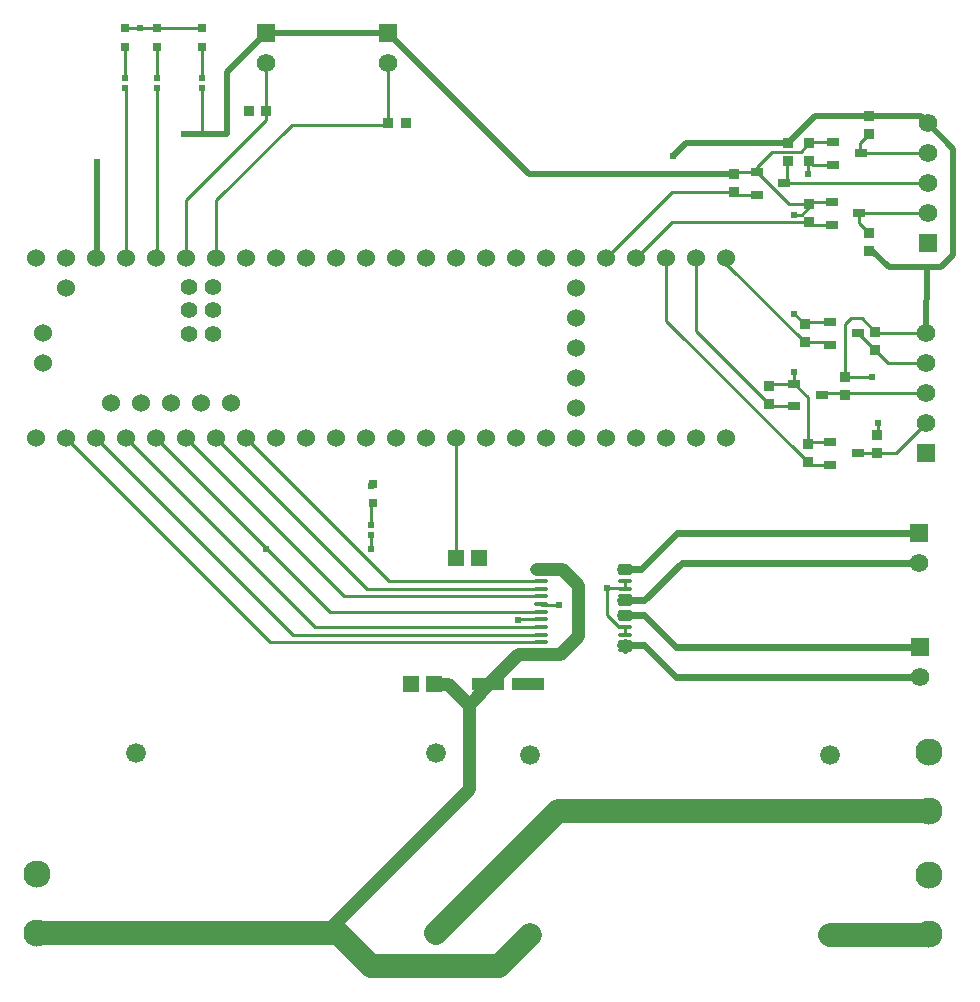
<source format=gtl>
G04 Layer: TopLayer*
G04 EasyEDA v6.5.39, 2024-01-10 21:05:38*
G04 9cfd073529b94999841d5e3d22f50bd2,208856bd7ad64deca1bfdec547b981c7,10*
G04 Gerber Generator version 0.2*
G04 Scale: 100 percent, Rotated: No, Reflected: No *
G04 Dimensions in millimeters *
G04 leading zeros omitted , absolute positions ,4 integer and 5 decimal *
%FSLAX45Y45*%
%MOMM*%

%AMMACRO1*21,1,$1,$2,0,0,$3*%
%ADD10C,0.2540*%
%ADD11C,0.5000*%
%ADD12C,0.6000*%
%ADD13C,1.1000*%
%ADD14C,2.0000*%
%ADD15R,0.8000X0.8000*%
%ADD16MACRO1,0.54X0.5656X0.0000*%
%ADD17R,0.5400X0.5657*%
%ADD18MACRO1,1.35X1.41X90.0000*%
%ADD19MACRO1,1.35X1.41X-90.0000*%
%ADD20MACRO1,0.864X0.8065X0.0000*%
%ADD21R,0.8640X0.8065*%
%ADD22MACRO1,0.864X0.8065X-90.0000*%
%ADD23MACRO1,0.864X0.8065X90.0000*%
%ADD24O,1.3240004X0.30800039999999995*%
%ADD25R,1.0000X0.8000*%
%ADD26R,2.8000X1.1000*%
%ADD27R,1.5748X1.5748*%
%ADD28C,1.5748*%
%ADD29C,1.6764*%
%ADD30C,1.5240*%
%ADD31C,1.4000*%
%ADD32C,2.3000*%
%ADD33C,0.6200*%
%ADD34C,0.0136*%

%LPD*%
D10*
X7290511Y-1270000D02*
G01*
X7620000Y-1270000D01*
X7874000Y-1016000D01*
X7454900Y-1118463D02*
G01*
X7467600Y-1105763D01*
X7467600Y-1016000D01*
X6756400Y749300D02*
G01*
X6819900Y749300D01*
X6883400Y812800D01*
X6883400Y837437D01*
X6756400Y-88900D02*
G01*
X6845300Y-178562D01*
X6755714Y-679704D02*
G01*
X6756400Y-679018D01*
X6756400Y-584200D01*
X6870700Y-1194663D02*
G01*
X6870700Y-794689D01*
X6755714Y-679704D01*
X7188200Y-623163D02*
G01*
X7189063Y-622300D01*
X7416800Y-622300D01*
X7188200Y-623161D02*
G01*
X7188200Y-177800D01*
X7239000Y-127000D01*
X7327036Y-127000D01*
X7442200Y-242163D01*
D11*
X7874000Y-254000D02*
G01*
X7875270Y304800D01*
X7886700Y1524000D02*
G01*
X8102600Y1308100D01*
X8102600Y406400D01*
X8001000Y304800D01*
X7556500Y304800D01*
X7416038Y445262D01*
X7391400Y445262D01*
D10*
X7442200Y-242163D02*
G01*
X7454036Y-254000D01*
X7848600Y-254000D01*
X7874000Y-254000D01*
X6540500Y-699363D02*
G01*
X6560159Y-679704D01*
X6755714Y-679704D01*
X6985711Y-774700D02*
G01*
X6998411Y-762000D01*
X7874000Y-762000D01*
X6540500Y-850036D02*
G01*
X6560159Y-869695D01*
X6755688Y-869695D01*
X5925311Y381000D02*
G01*
X5925311Y-234848D01*
X6540500Y-850036D01*
X6870700Y-1345336D02*
G01*
X5671311Y-145948D01*
X5671311Y381000D01*
X6845300Y-178663D02*
G01*
X6864959Y-159004D01*
X7060514Y-159004D01*
X6845300Y-329336D02*
G01*
X6179311Y336651D01*
X6179311Y381000D01*
X7060488Y-348995D02*
G01*
X7040829Y-329336D01*
X6845300Y-329336D01*
X6883400Y686663D02*
G01*
X5722975Y686663D01*
X5417311Y381000D01*
X6870700Y-1345336D02*
G01*
X6890359Y-1364995D01*
X7060488Y-1364995D01*
X6870700Y-1194663D02*
G01*
X6890359Y-1175004D01*
X7060514Y-1175004D01*
X7290511Y-254000D02*
G01*
X7544511Y-508000D01*
X7874000Y-508000D01*
D11*
X7391400Y1586636D02*
G01*
X6934200Y1586636D01*
X6705600Y1358036D01*
X5727700Y1244600D02*
G01*
X5841136Y1358036D01*
X6705600Y1358036D01*
X3315563Y2286000D02*
G01*
X4510227Y1091336D01*
X6248400Y1091336D01*
X2286000Y2286000D02*
G01*
X3315563Y2286000D01*
D10*
X6248400Y940663D02*
G01*
X5722975Y940663D01*
X5163311Y381000D01*
X6883400Y1207363D02*
G01*
X6870700Y1194663D01*
X6870700Y1092200D01*
D11*
X7886700Y1524000D02*
G01*
X7824063Y1586636D01*
X7391400Y1586636D01*
D10*
X6883400Y837336D02*
G01*
X6711873Y837336D01*
X6438214Y1110995D01*
X6438214Y1110995D02*
G01*
X6438214Y1155014D01*
X6565900Y1282700D01*
X6808063Y1282700D01*
X6883400Y1358036D01*
X6248400Y940661D02*
G01*
X6268057Y921004D01*
X6438193Y921004D01*
X6248400Y1091338D02*
G01*
X6268057Y1110995D01*
X6438216Y1110995D01*
X6668206Y1016000D02*
G01*
X6692900Y1040693D01*
X6692900Y1207361D01*
X6705600Y1207361D01*
X6668206Y1016000D02*
G01*
X7886700Y1016000D01*
X6883400Y1207361D02*
G01*
X6915757Y1175004D01*
X7085893Y1175004D01*
X6883400Y1358038D02*
G01*
X6890357Y1364995D01*
X7085916Y1364995D01*
X7315906Y1270000D02*
G01*
X7315906Y1360482D01*
X7391400Y1435961D01*
X7315906Y1270000D02*
G01*
X7886700Y1270000D01*
X7303206Y762000D02*
G01*
X7303206Y684217D01*
X7391400Y596038D01*
X7303206Y762000D02*
G01*
X7886700Y762000D01*
X6883400Y686661D02*
G01*
X6903057Y667004D01*
X7073193Y667004D01*
X6883400Y837338D02*
G01*
X6903057Y856995D01*
X7073216Y856995D01*
X3315563Y1524000D02*
G01*
X3302863Y1511300D01*
X2501900Y1511300D01*
X1861306Y870712D01*
X1861306Y381000D01*
D12*
X5283200Y-2895600D02*
G01*
X5486400Y-2895600D01*
X5753100Y-3162300D01*
X7823200Y-3162300D01*
X7810500Y-2197100D02*
G01*
X5803900Y-2197100D01*
X5486400Y-2514600D01*
X5283200Y-2514600D01*
D13*
X4164647Y-3225800D02*
G01*
X4000500Y-3403600D01*
X4000500Y-4114800D01*
X2809620Y-5305679D01*
X2809620Y-5334000D01*
X4164634Y-3225800D02*
G01*
X4418634Y-2971800D01*
X4775200Y-2971800D01*
X4927600Y-2819400D01*
X4927600Y-2387600D01*
X4787900Y-2247900D01*
X4572000Y-2247900D01*
D14*
X7061200Y-5346700D02*
G01*
X7895386Y-5346700D01*
X7899400Y-5342686D01*
X3721100Y-5334000D02*
G01*
X4753813Y-4301286D01*
X7899400Y-4301286D01*
X342900Y-5329986D02*
G01*
X1177086Y-5329986D01*
X1181100Y-5334000D01*
D10*
X1358544Y2327859D02*
G01*
X1739562Y2327866D01*
X1739900Y1910079D02*
G01*
X1740154Y2167889D01*
X1739900Y1823618D02*
G01*
X1739900Y1435100D01*
D11*
X1587500Y1435100D02*
G01*
X1955800Y1435100D01*
X1955800Y1955800D01*
X2286000Y2286000D01*
D10*
X1861299Y-1143000D02*
G01*
X3133890Y-2415590D01*
X4609490Y-2415590D01*
X1607299Y-1143000D02*
G01*
X2944888Y-2480589D01*
X4609490Y-2480589D01*
X845299Y-1143000D02*
G01*
X2507907Y-2805607D01*
X4609490Y-2805607D01*
X591299Y-1143000D02*
G01*
X2318905Y-2870606D01*
X4609490Y-2870606D01*
X3175000Y-2082800D02*
G01*
X3175000Y-1960981D01*
X3175000Y-1874520D02*
G01*
X3175254Y-1705610D01*
X1353299Y-1143000D02*
G01*
X2820885Y-2610586D01*
X4609490Y-2610586D01*
X2115299Y-1143000D02*
G01*
X3322891Y-2350592D01*
X4609490Y-2350592D01*
X5321909Y-2350592D02*
G01*
X5321909Y-2415590D01*
X5321909Y-2675610D02*
G01*
X5321909Y-2610586D01*
X5321909Y-2480589D02*
G01*
X5321909Y-2545587D01*
X1099299Y-1143000D02*
G01*
X2696908Y-2740609D01*
X4609490Y-2740609D01*
X5321909Y-2415590D02*
G01*
X5319318Y-2413000D01*
X5168900Y-2413000D01*
X4609490Y-2545587D02*
G01*
X4616602Y-2552700D01*
X4762500Y-2552700D01*
X5168900Y-2413000D02*
G01*
X5168900Y-2641600D01*
X5267909Y-2740609D01*
X5321909Y-2740609D01*
X1092200Y1823618D02*
G01*
X1099299Y1816519D01*
X1099299Y381000D01*
X1353299Y381000D02*
G01*
X1358900Y386600D01*
X1358900Y1823618D01*
X1358900Y1910079D02*
G01*
X1359154Y2167889D01*
X1092200Y1910079D02*
G01*
X1092454Y2167889D01*
X1217368Y2327866D02*
G01*
X1358562Y2327866D01*
X1091862Y2327866D02*
G01*
X1217368Y2327866D01*
X5321909Y-2740609D02*
G01*
X5321909Y-2805607D01*
D12*
X5321909Y-2870606D02*
G01*
X5321909Y-2935604D01*
X7823200Y-2908300D02*
G01*
X5753100Y-2908300D01*
X5486400Y-2641600D01*
X5321808Y-2641600D01*
X5283200Y-2641600D01*
D14*
X1181100Y-5334000D02*
G01*
X2895600Y-5334000D01*
X3175000Y-5613400D01*
X4254500Y-5613400D01*
X4521200Y-5346700D01*
D10*
X2286000Y2032000D02*
G01*
X2285136Y2031136D01*
X2285136Y1625600D01*
X3315568Y2032000D02*
G01*
X3315563Y2031994D01*
X3315563Y1524000D01*
X2285136Y1625600D02*
G01*
X2285136Y1548536D01*
X1607312Y870712D01*
X1607312Y381000D01*
D11*
X845299Y381000D02*
G01*
X850900Y386600D01*
X850900Y1193800D01*
D12*
X5321907Y-2250442D02*
G01*
X5458518Y-2250386D01*
X5765805Y-1943100D01*
X7810500Y-1943100D01*
X5321808Y-2250439D02*
G01*
X5319268Y-2247900D01*
X5283200Y-2247900D01*
D13*
X3706875Y-3225800D02*
G01*
X3822700Y-3225800D01*
X4000500Y-3403600D01*
D10*
X4419600Y-2679700D02*
G01*
X4423689Y-2675610D01*
X4609490Y-2675610D01*
X3893299Y-1143000D02*
G01*
X3887800Y-1148499D01*
X3887800Y-2159000D01*
D15*
G01*
X1739544Y2327859D03*
G01*
X1740255Y2167966D03*
D16*
G01*
X1739900Y1910182D03*
D17*
G01*
X1739900Y1823618D03*
D18*
G01*
X4087802Y-2159000D03*
G01*
X3887797Y-2159000D03*
D19*
G01*
X3506797Y-3225800D03*
G01*
X3706802Y-3225800D03*
D15*
G01*
X1091844Y2327859D03*
G01*
X1092555Y2167966D03*
G01*
X1358544Y2327859D03*
G01*
X1359255Y2167966D03*
G01*
X3187344Y-1532940D03*
G01*
X3188055Y-1692833D03*
D20*
G01*
X6883400Y686675D03*
D21*
G01*
X6883400Y837336D03*
D20*
G01*
X7391400Y596024D03*
D21*
G01*
X7391400Y445363D03*
D20*
G01*
X6705600Y1207375D03*
D21*
G01*
X6705600Y1358036D03*
D20*
G01*
X6248400Y940675D03*
D21*
G01*
X6248400Y1091336D03*
D20*
G01*
X7391400Y1435975D03*
D21*
G01*
X7391400Y1586636D03*
D20*
G01*
X6883400Y1207375D03*
D21*
G01*
X6883400Y1358036D03*
D20*
G01*
X6845300Y-329324D03*
D21*
G01*
X6845300Y-178663D03*
D20*
G01*
X7442200Y-392824D03*
D21*
G01*
X7442200Y-242163D03*
D20*
G01*
X6540500Y-850024D03*
D21*
G01*
X6540500Y-699363D03*
D20*
G01*
X7188200Y-773824D03*
D21*
G01*
X7188200Y-623163D03*
D20*
G01*
X7454900Y-1269124D03*
D21*
G01*
X7454900Y-1118463D03*
D20*
G01*
X6870700Y-1345324D03*
D21*
G01*
X6870700Y-1194663D03*
D22*
G01*
X2134475Y1625600D03*
G01*
X2285124Y1625600D03*
D23*
G01*
X3466224Y1524000D03*
G01*
X3315575Y1524000D03*
D16*
G01*
X1092200Y1910182D03*
D17*
G01*
X1092200Y1823618D03*
D16*
G01*
X1358900Y1910182D03*
D17*
G01*
X1358900Y1823618D03*
D16*
G01*
X3175000Y-1874417D03*
D17*
G01*
X3175000Y-1960981D03*
D24*
G01*
X5321909Y-2935604D03*
G01*
X5321909Y-2870606D03*
G01*
X5321909Y-2805607D03*
G01*
X5321909Y-2740609D03*
G01*
X5321909Y-2675610D03*
G01*
X5321909Y-2610586D03*
G01*
X5321909Y-2545587D03*
G01*
X5321909Y-2480589D03*
G01*
X5321909Y-2415590D03*
G01*
X5321909Y-2350592D03*
G01*
X5321909Y-2285593D03*
G01*
X5321909Y-2220595D03*
G01*
X4609490Y-2935604D03*
G01*
X4609490Y-2870606D03*
G01*
X4609490Y-2805607D03*
G01*
X4609490Y-2740609D03*
G01*
X4609490Y-2675610D03*
G01*
X4609490Y-2610586D03*
G01*
X4609490Y-2545587D03*
G01*
X4609490Y-2480589D03*
G01*
X4609490Y-2415590D03*
G01*
X4609490Y-2350592D03*
G01*
X4609490Y-2285593D03*
G01*
X4609490Y-2220595D03*
D25*
G01*
X6438188Y921004D03*
G01*
X6668211Y1016000D03*
G01*
X6438214Y1110995D03*
G01*
X7085888Y1175004D03*
G01*
X7315911Y1270000D03*
G01*
X7085914Y1364995D03*
G01*
X7060488Y-348995D03*
G01*
X7290511Y-254000D03*
G01*
X7060514Y-159004D03*
G01*
X6755688Y-869695D03*
G01*
X6985711Y-774700D03*
G01*
X6755714Y-679704D03*
G01*
X7060488Y-1364995D03*
G01*
X7290511Y-1270000D03*
G01*
X7060514Y-1175004D03*
G01*
X7073188Y667004D03*
G01*
X7303211Y762000D03*
G01*
X7073214Y856995D03*
D26*
G01*
X4164634Y-3225800D03*
G01*
X4496765Y-3225800D03*
D27*
G01*
X7823200Y-2908300D03*
D28*
G01*
X7823200Y-3162300D03*
D27*
G01*
X7810500Y-1943100D03*
D28*
G01*
X7810500Y-2197100D03*
D27*
G01*
X2286000Y2286000D03*
D28*
G01*
X2286000Y2032000D03*
D27*
G01*
X3315563Y2286000D03*
D28*
G01*
X3315563Y2032000D03*
G01*
X7874000Y-254000D03*
G01*
X7874000Y-508000D03*
G01*
X7874000Y-762000D03*
G01*
X7874000Y-1016000D03*
D27*
G01*
X7874000Y-1270000D03*
D28*
G01*
X7886700Y1524000D03*
G01*
X7886700Y1270000D03*
G01*
X7886700Y1016000D03*
G01*
X7886700Y762000D03*
D27*
G01*
X7886700Y508000D03*
D29*
G01*
X1181100Y-3810000D03*
G01*
X1181100Y-5334000D03*
G01*
X3721100Y-5334000D03*
G01*
X3721100Y-3810000D03*
G01*
X4521200Y-3822700D03*
G01*
X4521200Y-5346700D03*
G01*
X7061200Y-5346700D03*
G01*
X7061200Y-3822700D03*
D30*
G01*
X6179311Y-1143000D03*
G01*
X5671311Y-1143000D03*
G01*
X5417311Y-1143000D03*
G01*
X5925311Y-1143000D03*
G01*
X5163311Y-1143000D03*
G01*
X5925311Y381000D03*
G01*
X6179311Y381000D03*
G01*
X4909311Y-1143000D03*
G01*
X4909311Y-889000D03*
G01*
X4909311Y-635000D03*
G01*
X4909311Y-381000D03*
G01*
X4909311Y-127000D03*
G01*
X4909311Y127000D03*
G01*
X4909311Y381000D03*
G01*
X5163311Y381000D03*
G01*
X5417311Y381000D03*
G01*
X5671311Y381000D03*
G01*
X4655311Y-1143000D03*
G01*
X4147286Y-1143000D03*
G01*
X3893286Y-1143000D03*
G01*
X3639286Y-1143000D03*
G01*
X3385286Y-1143000D03*
G01*
X3131286Y-1143000D03*
G01*
X2877286Y-1143000D03*
G01*
X2623286Y-1143000D03*
G01*
X2369286Y-1143000D03*
G01*
X2115286Y-1143000D03*
G01*
X1861286Y-1143000D03*
G01*
X1607312Y-1143000D03*
G01*
X1353312Y-1143000D03*
G01*
X1099312Y-1143000D03*
G01*
X845312Y-1143000D03*
G01*
X591312Y-1143000D03*
G01*
X337312Y-1143000D03*
G01*
X337312Y381000D03*
G01*
X591312Y381000D03*
G01*
X845312Y381000D03*
G01*
X1099312Y381000D03*
G01*
X1353312Y381000D03*
G01*
X1607312Y381000D03*
G01*
X1861286Y381000D03*
G01*
X2115286Y381000D03*
G01*
X2369286Y381000D03*
G01*
X2623286Y381000D03*
G01*
X2877286Y381000D03*
G01*
X3131286Y381000D03*
G01*
X3385286Y381000D03*
G01*
X3639286Y381000D03*
G01*
X3893286Y381000D03*
G01*
X4147286Y381000D03*
G01*
X4655311Y381000D03*
G01*
X591312Y127000D03*
D31*
G01*
X1634312Y-59004D03*
G01*
X1834311Y140995D03*
G01*
X1634312Y140995D03*
D30*
G01*
X4401311Y381000D03*
G01*
X4401311Y-1143000D03*
G01*
X398322Y-508000D03*
G01*
X398322Y-254000D03*
G01*
X972312Y-843000D03*
G01*
X1226312Y-843000D03*
G01*
X1480312Y-843000D03*
G01*
X1734312Y-843000D03*
G01*
X1988286Y-843000D03*
D31*
G01*
X1634312Y-259003D03*
G01*
X1834311Y-59004D03*
G01*
X1834311Y-259003D03*
D32*
G01*
X342900Y-5329986D03*
G01*
X342900Y-4829987D03*
G01*
X7899400Y-4842687D03*
G01*
X7899400Y-5342686D03*
G01*
X7899400Y-3801287D03*
G01*
X7899400Y-4301286D03*
D33*
G01*
X3175000Y-2082800D03*
G01*
X2286000Y-2082800D03*
G01*
X5168900Y-2413000D03*
G01*
X4762500Y-2552700D03*
G01*
X3898900Y-2159000D03*
G01*
X4419600Y-2679700D03*
G01*
X3174669Y-1545640D03*
G01*
X1217371Y2327859D03*
G01*
X4087799Y-2159000D03*
G01*
X3467100Y1524000D03*
G01*
X2133600Y1625600D03*
G01*
X850900Y1193800D03*
G01*
X1587500Y1435100D03*
G01*
X4495800Y-3238500D03*
G01*
X3505200Y-3225800D03*
G01*
X6870700Y1092200D03*
G01*
X5727700Y1244600D03*
G01*
X7416800Y-622300D03*
G01*
X6756400Y-584200D03*
G01*
X6756400Y-88900D03*
G01*
X6756400Y749300D03*
G01*
X7467600Y-1016000D03*
M02*

</source>
